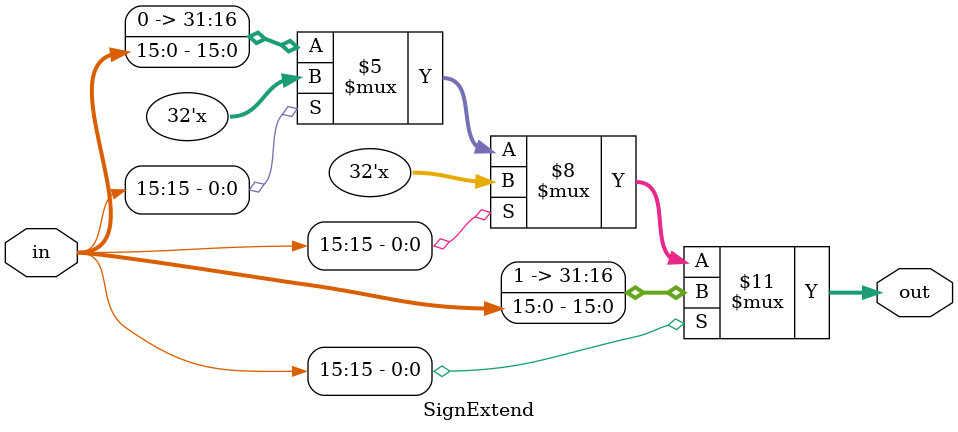
<source format=v>
module SignExtend (
    input [15:0] in,
    output reg [31:0] out
);
always @(in) begin
    if (in[15] == 1)  begin     
        out = {16'hffff, in};
    end
    else if (in[15] == 0) begin
         out = {16'h0000, in};
    end
    else begin
        out = 32'hxxxx_xxxx;
    end
end
endmodule

</source>
